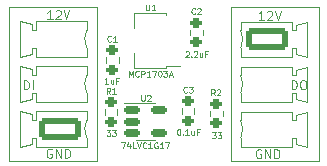
<source format=gbr>
%TF.GenerationSoftware,KiCad,Pcbnew,(6.0.9)*%
%TF.CreationDate,2022-12-24T15:46:51-05:00*%
%TF.ProjectId,Pixel_Boost,50697865-6c5f-4426-9f6f-73742e6b6963,v1*%
%TF.SameCoordinates,Original*%
%TF.FileFunction,Legend,Top*%
%TF.FilePolarity,Positive*%
%FSLAX46Y46*%
G04 Gerber Fmt 4.6, Leading zero omitted, Abs format (unit mm)*
G04 Created by KiCad (PCBNEW (6.0.9)) date 2022-12-24 15:46:51*
%MOMM*%
%LPD*%
G01*
G04 APERTURE LIST*
G04 Aperture macros list*
%AMRoundRect*
0 Rectangle with rounded corners*
0 $1 Rounding radius*
0 $2 $3 $4 $5 $6 $7 $8 $9 X,Y pos of 4 corners*
0 Add a 4 corners polygon primitive as box body*
4,1,4,$2,$3,$4,$5,$6,$7,$8,$9,$2,$3,0*
0 Add four circle primitives for the rounded corners*
1,1,$1+$1,$2,$3*
1,1,$1+$1,$4,$5*
1,1,$1+$1,$6,$7*
1,1,$1+$1,$8,$9*
0 Add four rect primitives between the rounded corners*
20,1,$1+$1,$2,$3,$4,$5,0*
20,1,$1+$1,$4,$5,$6,$7,0*
20,1,$1+$1,$6,$7,$8,$9,0*
20,1,$1+$1,$8,$9,$2,$3,0*%
%AMFreePoly0*
4,1,9,3.862500,-0.866500,0.737500,-0.866500,0.737500,-0.450000,-0.737500,-0.450000,-0.737500,0.450000,0.737500,0.450000,0.737500,0.866500,3.862500,0.866500,3.862500,-0.866500,3.862500,-0.866500,$1*%
G04 Aperture macros list end*
%ADD10C,0.100000*%
%ADD11C,0.120000*%
%ADD12RoundRect,0.250000X1.550000X-0.650000X1.550000X0.650000X-1.550000X0.650000X-1.550000X-0.650000X0*%
%ADD13O,3.600000X1.800000*%
%ADD14RoundRect,0.250000X-1.550000X0.650000X-1.550000X-0.650000X1.550000X-0.650000X1.550000X0.650000X0*%
%ADD15RoundRect,0.200000X-0.275000X0.200000X-0.275000X-0.200000X0.275000X-0.200000X0.275000X0.200000X0*%
%ADD16R,1.300000X0.900000*%
%ADD17FreePoly0,180.000000*%
%ADD18RoundRect,0.200000X0.275000X-0.200000X0.275000X0.200000X-0.275000X0.200000X-0.275000X-0.200000X0*%
%ADD19RoundRect,0.150000X-0.512500X-0.150000X0.512500X-0.150000X0.512500X0.150000X-0.512500X0.150000X0*%
G04 APERTURE END LIST*
D10*
X141753571Y-118575000D02*
X141682142Y-118539285D01*
X141575000Y-118539285D01*
X141467857Y-118575000D01*
X141396428Y-118646428D01*
X141360714Y-118717857D01*
X141325000Y-118860714D01*
X141325000Y-118967857D01*
X141360714Y-119110714D01*
X141396428Y-119182142D01*
X141467857Y-119253571D01*
X141575000Y-119289285D01*
X141646428Y-119289285D01*
X141753571Y-119253571D01*
X141789285Y-119217857D01*
X141789285Y-118967857D01*
X141646428Y-118967857D01*
X142110714Y-119289285D02*
X142110714Y-118539285D01*
X142539285Y-119289285D01*
X142539285Y-118539285D01*
X142896428Y-119289285D02*
X142896428Y-118539285D01*
X143075000Y-118539285D01*
X143182142Y-118575000D01*
X143253571Y-118646428D01*
X143289285Y-118717857D01*
X143325000Y-118860714D01*
X143325000Y-118967857D01*
X143289285Y-119110714D01*
X143253571Y-119182142D01*
X143182142Y-119253571D01*
X143075000Y-119289285D01*
X142896428Y-119289285D01*
X139425000Y-113489285D02*
X139425000Y-112739285D01*
X139603571Y-112739285D01*
X139710714Y-112775000D01*
X139782142Y-112846428D01*
X139817857Y-112917857D01*
X139853571Y-113060714D01*
X139853571Y-113167857D01*
X139817857Y-113310714D01*
X139782142Y-113382142D01*
X139710714Y-113453571D01*
X139603571Y-113489285D01*
X139425000Y-113489285D01*
X140175000Y-113489285D02*
X140175000Y-112739285D01*
X162080714Y-113464285D02*
X162080714Y-112714285D01*
X162259285Y-112714285D01*
X162366428Y-112750000D01*
X162437857Y-112821428D01*
X162473571Y-112892857D01*
X162509285Y-113035714D01*
X162509285Y-113142857D01*
X162473571Y-113285714D01*
X162437857Y-113357142D01*
X162366428Y-113428571D01*
X162259285Y-113464285D01*
X162080714Y-113464285D01*
X162973571Y-112714285D02*
X163116428Y-112714285D01*
X163187857Y-112750000D01*
X163259285Y-112821428D01*
X163295000Y-112964285D01*
X163295000Y-113214285D01*
X163259285Y-113357142D01*
X163187857Y-113428571D01*
X163116428Y-113464285D01*
X162973571Y-113464285D01*
X162902142Y-113428571D01*
X162830714Y-113357142D01*
X162795000Y-113214285D01*
X162795000Y-112964285D01*
X162830714Y-112821428D01*
X162902142Y-112750000D01*
X162973571Y-112714285D01*
X141835714Y-107539285D02*
X141407142Y-107539285D01*
X141621428Y-107539285D02*
X141621428Y-106789285D01*
X141550000Y-106896428D01*
X141478571Y-106967857D01*
X141407142Y-107003571D01*
X142121428Y-106860714D02*
X142157142Y-106825000D01*
X142228571Y-106789285D01*
X142407142Y-106789285D01*
X142478571Y-106825000D01*
X142514285Y-106860714D01*
X142550000Y-106932142D01*
X142550000Y-107003571D01*
X142514285Y-107110714D01*
X142085714Y-107539285D01*
X142550000Y-107539285D01*
X142764285Y-106789285D02*
X143014285Y-107539285D01*
X143264285Y-106789285D01*
X159468571Y-118595000D02*
X159397142Y-118559285D01*
X159290000Y-118559285D01*
X159182857Y-118595000D01*
X159111428Y-118666428D01*
X159075714Y-118737857D01*
X159040000Y-118880714D01*
X159040000Y-118987857D01*
X159075714Y-119130714D01*
X159111428Y-119202142D01*
X159182857Y-119273571D01*
X159290000Y-119309285D01*
X159361428Y-119309285D01*
X159468571Y-119273571D01*
X159504285Y-119237857D01*
X159504285Y-118987857D01*
X159361428Y-118987857D01*
X159825714Y-119309285D02*
X159825714Y-118559285D01*
X160254285Y-119309285D01*
X160254285Y-118559285D01*
X160611428Y-119309285D02*
X160611428Y-118559285D01*
X160790000Y-118559285D01*
X160897142Y-118595000D01*
X160968571Y-118666428D01*
X161004285Y-118737857D01*
X161040000Y-118880714D01*
X161040000Y-118987857D01*
X161004285Y-119130714D01*
X160968571Y-119202142D01*
X160897142Y-119273571D01*
X160790000Y-119309285D01*
X160611428Y-119309285D01*
X159715714Y-107589285D02*
X159287142Y-107589285D01*
X159501428Y-107589285D02*
X159501428Y-106839285D01*
X159430000Y-106946428D01*
X159358571Y-107017857D01*
X159287142Y-107053571D01*
X160001428Y-106910714D02*
X160037142Y-106875000D01*
X160108571Y-106839285D01*
X160287142Y-106839285D01*
X160358571Y-106875000D01*
X160394285Y-106910714D01*
X160430000Y-106982142D01*
X160430000Y-107053571D01*
X160394285Y-107160714D01*
X159965714Y-107589285D01*
X160430000Y-107589285D01*
X160644285Y-106839285D02*
X160894285Y-107589285D01*
X161144285Y-106839285D01*
%TO.C,R1*%
X146706666Y-113856190D02*
X146540000Y-113618095D01*
X146420952Y-113856190D02*
X146420952Y-113356190D01*
X146611428Y-113356190D01*
X146659047Y-113380000D01*
X146682857Y-113403809D01*
X146706666Y-113451428D01*
X146706666Y-113522857D01*
X146682857Y-113570476D01*
X146659047Y-113594285D01*
X146611428Y-113618095D01*
X146420952Y-113618095D01*
X147182857Y-113856190D02*
X146897142Y-113856190D01*
X147040000Y-113856190D02*
X147040000Y-113356190D01*
X146992380Y-113427619D01*
X146944761Y-113475238D01*
X146897142Y-113499047D01*
X146405238Y-116946190D02*
X146714761Y-116946190D01*
X146548095Y-117136666D01*
X146619523Y-117136666D01*
X146667142Y-117160476D01*
X146690952Y-117184285D01*
X146714761Y-117231904D01*
X146714761Y-117350952D01*
X146690952Y-117398571D01*
X146667142Y-117422380D01*
X146619523Y-117446190D01*
X146476666Y-117446190D01*
X146429047Y-117422380D01*
X146405238Y-117398571D01*
X146881428Y-116946190D02*
X147190952Y-116946190D01*
X147024285Y-117136666D01*
X147095714Y-117136666D01*
X147143333Y-117160476D01*
X147167142Y-117184285D01*
X147190952Y-117231904D01*
X147190952Y-117350952D01*
X147167142Y-117398571D01*
X147143333Y-117422380D01*
X147095714Y-117446190D01*
X146952857Y-117446190D01*
X146905238Y-117422380D01*
X146881428Y-117398571D01*
%TO.C,C3*%
X153211666Y-113718571D02*
X153187857Y-113742380D01*
X153116428Y-113766190D01*
X153068809Y-113766190D01*
X152997380Y-113742380D01*
X152949761Y-113694761D01*
X152925952Y-113647142D01*
X152902142Y-113551904D01*
X152902142Y-113480476D01*
X152925952Y-113385238D01*
X152949761Y-113337619D01*
X152997380Y-113290000D01*
X153068809Y-113266190D01*
X153116428Y-113266190D01*
X153187857Y-113290000D01*
X153211666Y-113313809D01*
X153378333Y-113266190D02*
X153687857Y-113266190D01*
X153521190Y-113456666D01*
X153592619Y-113456666D01*
X153640238Y-113480476D01*
X153664047Y-113504285D01*
X153687857Y-113551904D01*
X153687857Y-113670952D01*
X153664047Y-113718571D01*
X153640238Y-113742380D01*
X153592619Y-113766190D01*
X153449761Y-113766190D01*
X153402142Y-113742380D01*
X153378333Y-113718571D01*
X152493571Y-116856190D02*
X152541190Y-116856190D01*
X152588809Y-116880000D01*
X152612619Y-116903809D01*
X152636428Y-116951428D01*
X152660238Y-117046666D01*
X152660238Y-117165714D01*
X152636428Y-117260952D01*
X152612619Y-117308571D01*
X152588809Y-117332380D01*
X152541190Y-117356190D01*
X152493571Y-117356190D01*
X152445952Y-117332380D01*
X152422142Y-117308571D01*
X152398333Y-117260952D01*
X152374523Y-117165714D01*
X152374523Y-117046666D01*
X152398333Y-116951428D01*
X152422142Y-116903809D01*
X152445952Y-116880000D01*
X152493571Y-116856190D01*
X152874523Y-117308571D02*
X152898333Y-117332380D01*
X152874523Y-117356190D01*
X152850714Y-117332380D01*
X152874523Y-117308571D01*
X152874523Y-117356190D01*
X153374523Y-117356190D02*
X153088809Y-117356190D01*
X153231666Y-117356190D02*
X153231666Y-116856190D01*
X153184047Y-116927619D01*
X153136428Y-116975238D01*
X153088809Y-116999047D01*
X153803095Y-117022857D02*
X153803095Y-117356190D01*
X153588809Y-117022857D02*
X153588809Y-117284761D01*
X153612619Y-117332380D01*
X153660238Y-117356190D01*
X153731666Y-117356190D01*
X153779285Y-117332380D01*
X153803095Y-117308571D01*
X154207857Y-117094285D02*
X154041190Y-117094285D01*
X154041190Y-117356190D02*
X154041190Y-116856190D01*
X154279285Y-116856190D01*
%TO.C,U1*%
X149749047Y-106316190D02*
X149749047Y-106720952D01*
X149772857Y-106768571D01*
X149796666Y-106792380D01*
X149844285Y-106816190D01*
X149939523Y-106816190D01*
X149987142Y-106792380D01*
X150010952Y-106768571D01*
X150034761Y-106720952D01*
X150034761Y-106316190D01*
X150534761Y-106816190D02*
X150249047Y-106816190D01*
X150391904Y-106816190D02*
X150391904Y-106316190D01*
X150344285Y-106387619D01*
X150296666Y-106435238D01*
X150249047Y-106459047D01*
X148276666Y-112416190D02*
X148276666Y-111916190D01*
X148443333Y-112273333D01*
X148610000Y-111916190D01*
X148610000Y-112416190D01*
X149133809Y-112368571D02*
X149110000Y-112392380D01*
X149038571Y-112416190D01*
X148990952Y-112416190D01*
X148919523Y-112392380D01*
X148871904Y-112344761D01*
X148848095Y-112297142D01*
X148824285Y-112201904D01*
X148824285Y-112130476D01*
X148848095Y-112035238D01*
X148871904Y-111987619D01*
X148919523Y-111940000D01*
X148990952Y-111916190D01*
X149038571Y-111916190D01*
X149110000Y-111940000D01*
X149133809Y-111963809D01*
X149348095Y-112416190D02*
X149348095Y-111916190D01*
X149538571Y-111916190D01*
X149586190Y-111940000D01*
X149610000Y-111963809D01*
X149633809Y-112011428D01*
X149633809Y-112082857D01*
X149610000Y-112130476D01*
X149586190Y-112154285D01*
X149538571Y-112178095D01*
X149348095Y-112178095D01*
X150110000Y-112416190D02*
X149824285Y-112416190D01*
X149967142Y-112416190D02*
X149967142Y-111916190D01*
X149919523Y-111987619D01*
X149871904Y-112035238D01*
X149824285Y-112059047D01*
X150276666Y-111916190D02*
X150610000Y-111916190D01*
X150395714Y-112416190D01*
X150895714Y-111916190D02*
X150943333Y-111916190D01*
X150990952Y-111940000D01*
X151014761Y-111963809D01*
X151038571Y-112011428D01*
X151062380Y-112106666D01*
X151062380Y-112225714D01*
X151038571Y-112320952D01*
X151014761Y-112368571D01*
X150990952Y-112392380D01*
X150943333Y-112416190D01*
X150895714Y-112416190D01*
X150848095Y-112392380D01*
X150824285Y-112368571D01*
X150800476Y-112320952D01*
X150776666Y-112225714D01*
X150776666Y-112106666D01*
X150800476Y-112011428D01*
X150824285Y-111963809D01*
X150848095Y-111940000D01*
X150895714Y-111916190D01*
X151229047Y-111916190D02*
X151538571Y-111916190D01*
X151371904Y-112106666D01*
X151443333Y-112106666D01*
X151490952Y-112130476D01*
X151514761Y-112154285D01*
X151538571Y-112201904D01*
X151538571Y-112320952D01*
X151514761Y-112368571D01*
X151490952Y-112392380D01*
X151443333Y-112416190D01*
X151300476Y-112416190D01*
X151252857Y-112392380D01*
X151229047Y-112368571D01*
X151729047Y-112273333D02*
X151967142Y-112273333D01*
X151681428Y-112416190D02*
X151848095Y-111916190D01*
X152014761Y-112416190D01*
%TO.C,R2*%
X155576666Y-114006190D02*
X155410000Y-113768095D01*
X155290952Y-114006190D02*
X155290952Y-113506190D01*
X155481428Y-113506190D01*
X155529047Y-113530000D01*
X155552857Y-113553809D01*
X155576666Y-113601428D01*
X155576666Y-113672857D01*
X155552857Y-113720476D01*
X155529047Y-113744285D01*
X155481428Y-113768095D01*
X155290952Y-113768095D01*
X155767142Y-113553809D02*
X155790952Y-113530000D01*
X155838571Y-113506190D01*
X155957619Y-113506190D01*
X156005238Y-113530000D01*
X156029047Y-113553809D01*
X156052857Y-113601428D01*
X156052857Y-113649047D01*
X156029047Y-113720476D01*
X155743333Y-114006190D01*
X156052857Y-114006190D01*
X155345238Y-117146190D02*
X155654761Y-117146190D01*
X155488095Y-117336666D01*
X155559523Y-117336666D01*
X155607142Y-117360476D01*
X155630952Y-117384285D01*
X155654761Y-117431904D01*
X155654761Y-117550952D01*
X155630952Y-117598571D01*
X155607142Y-117622380D01*
X155559523Y-117646190D01*
X155416666Y-117646190D01*
X155369047Y-117622380D01*
X155345238Y-117598571D01*
X155821428Y-117146190D02*
X156130952Y-117146190D01*
X155964285Y-117336666D01*
X156035714Y-117336666D01*
X156083333Y-117360476D01*
X156107142Y-117384285D01*
X156130952Y-117431904D01*
X156130952Y-117550952D01*
X156107142Y-117598571D01*
X156083333Y-117622380D01*
X156035714Y-117646190D01*
X155892857Y-117646190D01*
X155845238Y-117622380D01*
X155821428Y-117598571D01*
%TO.C,U2*%
X149349047Y-113986190D02*
X149349047Y-114390952D01*
X149372857Y-114438571D01*
X149396666Y-114462380D01*
X149444285Y-114486190D01*
X149539523Y-114486190D01*
X149587142Y-114462380D01*
X149610952Y-114438571D01*
X149634761Y-114390952D01*
X149634761Y-113986190D01*
X149849047Y-114033809D02*
X149872857Y-114010000D01*
X149920476Y-113986190D01*
X150039523Y-113986190D01*
X150087142Y-114010000D01*
X150110952Y-114033809D01*
X150134761Y-114081428D01*
X150134761Y-114129047D01*
X150110952Y-114200476D01*
X149825238Y-114486190D01*
X150134761Y-114486190D01*
X147644285Y-117986190D02*
X147977619Y-117986190D01*
X147763333Y-118486190D01*
X148382380Y-118152857D02*
X148382380Y-118486190D01*
X148263333Y-117962380D02*
X148144285Y-118319523D01*
X148453809Y-118319523D01*
X148882380Y-118486190D02*
X148644285Y-118486190D01*
X148644285Y-117986190D01*
X148977619Y-117986190D02*
X149144285Y-118486190D01*
X149310952Y-117986190D01*
X149763333Y-118438571D02*
X149739523Y-118462380D01*
X149668095Y-118486190D01*
X149620476Y-118486190D01*
X149549047Y-118462380D01*
X149501428Y-118414761D01*
X149477619Y-118367142D01*
X149453809Y-118271904D01*
X149453809Y-118200476D01*
X149477619Y-118105238D01*
X149501428Y-118057619D01*
X149549047Y-118010000D01*
X149620476Y-117986190D01*
X149668095Y-117986190D01*
X149739523Y-118010000D01*
X149763333Y-118033809D01*
X150239523Y-118486190D02*
X149953809Y-118486190D01*
X150096666Y-118486190D02*
X150096666Y-117986190D01*
X150049047Y-118057619D01*
X150001428Y-118105238D01*
X149953809Y-118129047D01*
X150715714Y-118010000D02*
X150668095Y-117986190D01*
X150596666Y-117986190D01*
X150525238Y-118010000D01*
X150477619Y-118057619D01*
X150453809Y-118105238D01*
X150430000Y-118200476D01*
X150430000Y-118271904D01*
X150453809Y-118367142D01*
X150477619Y-118414761D01*
X150525238Y-118462380D01*
X150596666Y-118486190D01*
X150644285Y-118486190D01*
X150715714Y-118462380D01*
X150739523Y-118438571D01*
X150739523Y-118271904D01*
X150644285Y-118271904D01*
X151215714Y-118486190D02*
X150930000Y-118486190D01*
X151072857Y-118486190D02*
X151072857Y-117986190D01*
X151025238Y-118057619D01*
X150977619Y-118105238D01*
X150930000Y-118129047D01*
X151382380Y-117986190D02*
X151715714Y-117986190D01*
X151501428Y-118486190D01*
%TO.C,C1*%
X146776666Y-109418571D02*
X146752857Y-109442380D01*
X146681428Y-109466190D01*
X146633809Y-109466190D01*
X146562380Y-109442380D01*
X146514761Y-109394761D01*
X146490952Y-109347142D01*
X146467142Y-109251904D01*
X146467142Y-109180476D01*
X146490952Y-109085238D01*
X146514761Y-109037619D01*
X146562380Y-108990000D01*
X146633809Y-108966190D01*
X146681428Y-108966190D01*
X146752857Y-108990000D01*
X146776666Y-109013809D01*
X147252857Y-109466190D02*
X146967142Y-109466190D01*
X147110000Y-109466190D02*
X147110000Y-108966190D01*
X147062380Y-109037619D01*
X147014761Y-109085238D01*
X146967142Y-109109047D01*
X146542380Y-113016190D02*
X146256666Y-113016190D01*
X146399523Y-113016190D02*
X146399523Y-112516190D01*
X146351904Y-112587619D01*
X146304285Y-112635238D01*
X146256666Y-112659047D01*
X146970952Y-112682857D02*
X146970952Y-113016190D01*
X146756666Y-112682857D02*
X146756666Y-112944761D01*
X146780476Y-112992380D01*
X146828095Y-113016190D01*
X146899523Y-113016190D01*
X146947142Y-112992380D01*
X146970952Y-112968571D01*
X147375714Y-112754285D02*
X147209047Y-112754285D01*
X147209047Y-113016190D02*
X147209047Y-112516190D01*
X147447142Y-112516190D01*
%TO.C,C2*%
X153906666Y-107068571D02*
X153882857Y-107092380D01*
X153811428Y-107116190D01*
X153763809Y-107116190D01*
X153692380Y-107092380D01*
X153644761Y-107044761D01*
X153620952Y-106997142D01*
X153597142Y-106901904D01*
X153597142Y-106830476D01*
X153620952Y-106735238D01*
X153644761Y-106687619D01*
X153692380Y-106640000D01*
X153763809Y-106616190D01*
X153811428Y-106616190D01*
X153882857Y-106640000D01*
X153906666Y-106663809D01*
X154097142Y-106663809D02*
X154120952Y-106640000D01*
X154168571Y-106616190D01*
X154287619Y-106616190D01*
X154335238Y-106640000D01*
X154359047Y-106663809D01*
X154382857Y-106711428D01*
X154382857Y-106759047D01*
X154359047Y-106830476D01*
X154073333Y-107116190D01*
X154382857Y-107116190D01*
X153099523Y-110293809D02*
X153123333Y-110270000D01*
X153170952Y-110246190D01*
X153290000Y-110246190D01*
X153337619Y-110270000D01*
X153361428Y-110293809D01*
X153385238Y-110341428D01*
X153385238Y-110389047D01*
X153361428Y-110460476D01*
X153075714Y-110746190D01*
X153385238Y-110746190D01*
X153599523Y-110698571D02*
X153623333Y-110722380D01*
X153599523Y-110746190D01*
X153575714Y-110722380D01*
X153599523Y-110698571D01*
X153599523Y-110746190D01*
X153813809Y-110293809D02*
X153837619Y-110270000D01*
X153885238Y-110246190D01*
X154004285Y-110246190D01*
X154051904Y-110270000D01*
X154075714Y-110293809D01*
X154099523Y-110341428D01*
X154099523Y-110389047D01*
X154075714Y-110460476D01*
X153790000Y-110746190D01*
X154099523Y-110746190D01*
X154528095Y-110412857D02*
X154528095Y-110746190D01*
X154313809Y-110412857D02*
X154313809Y-110674761D01*
X154337619Y-110722380D01*
X154385238Y-110746190D01*
X154456666Y-110746190D01*
X154504285Y-110722380D01*
X154528095Y-110698571D01*
X154932857Y-110484285D02*
X154766190Y-110484285D01*
X154766190Y-110746190D02*
X154766190Y-110246190D01*
X155004285Y-110246190D01*
D11*
%TO.C,J1*%
X145577500Y-119552500D02*
X145577500Y-106512500D01*
X140417500Y-112282500D02*
X140417500Y-111532500D01*
X140417500Y-110722500D02*
X140417500Y-109972500D01*
X144717500Y-114532500D02*
X140417500Y-114532500D01*
X140417500Y-114532500D02*
X140417500Y-113782500D01*
X140417500Y-115342500D02*
X144717500Y-115342500D01*
X144717500Y-117592500D02*
X144717500Y-118342500D01*
X140067500Y-109972500D02*
X140067500Y-110472500D01*
X139067500Y-114532500D02*
X139067500Y-111532500D01*
X139067500Y-111532500D02*
X140067500Y-111782500D01*
X144717500Y-113782500D02*
X144717500Y-114532500D01*
X140067500Y-108472500D02*
X140417500Y-108472500D01*
X140067500Y-117592500D02*
X140067500Y-118092500D01*
X144717500Y-110722500D02*
X140417500Y-110722500D01*
X144717500Y-107722500D02*
X144717500Y-108472500D01*
X140417500Y-109972500D02*
X140067500Y-109972500D01*
X139067500Y-115342500D02*
X140067500Y-115592500D01*
X140417500Y-116092500D02*
X140417500Y-115342500D01*
X144717500Y-111532500D02*
X144717500Y-112282500D01*
X144717500Y-109972500D02*
X144717500Y-110722500D01*
X139067500Y-118342500D02*
X139067500Y-115342500D01*
X140067500Y-112282500D02*
X140417500Y-112282500D01*
X140067500Y-118092500D02*
X139067500Y-118342500D01*
X140067500Y-115592500D02*
X140067500Y-116092500D01*
X144717500Y-118342500D02*
X140417500Y-118342500D01*
X140067500Y-113782500D02*
X140067500Y-114282500D01*
X140417500Y-107722500D02*
X144717500Y-107722500D01*
X140417500Y-118342500D02*
X140417500Y-117592500D01*
X140067500Y-116092500D02*
X140417500Y-116092500D01*
X138107500Y-119552500D02*
X145577500Y-119552500D01*
X138107500Y-106512500D02*
X138107500Y-119552500D01*
X145577500Y-106512500D02*
X138107500Y-106512500D01*
X139067500Y-110722500D02*
X139067500Y-107722500D01*
X140417500Y-117592500D02*
X140067500Y-117592500D01*
X140417500Y-108472500D02*
X140417500Y-107722500D01*
X144717500Y-115342500D02*
X144717500Y-116092500D01*
X140067500Y-107972500D02*
X140067500Y-108472500D01*
X140067500Y-111782500D02*
X140067500Y-112282500D01*
X140417500Y-113782500D02*
X140067500Y-113782500D01*
X140067500Y-110472500D02*
X139067500Y-110722500D01*
X140417500Y-111532500D02*
X144717500Y-111532500D01*
X139067500Y-107722500D02*
X140067500Y-107972500D01*
X140067500Y-114282500D02*
X139067500Y-114532500D01*
X144717345Y-116092853D02*
G75*
G03*
X144717500Y-117592500I1700155J-749647D01*
G01*
X144717345Y-108472853D02*
G75*
G03*
X144717500Y-109972500I1700155J-749647D01*
G01*
X144717345Y-112282853D02*
G75*
G03*
X144717500Y-113782500I1700155J-749647D01*
G01*
%TO.C,J2*%
X162070000Y-110010000D02*
X162070000Y-110760000D01*
X162070000Y-108510000D02*
X162420000Y-108510000D01*
X162420000Y-111820000D02*
X163420000Y-111570000D01*
X162420000Y-118130000D02*
X162420000Y-117630000D01*
X164380000Y-106550000D02*
X156910000Y-106550000D01*
X163420000Y-118380000D02*
X162420000Y-118130000D01*
X162420000Y-114320000D02*
X162420000Y-113820000D01*
X162420000Y-113820000D02*
X162070000Y-113820000D01*
X157770000Y-108510000D02*
X157770000Y-107760000D01*
X157770000Y-116130000D02*
X157770000Y-115380000D01*
X162070000Y-113820000D02*
X162070000Y-114570000D01*
X162070000Y-117630000D02*
X162070000Y-118380000D01*
X163420000Y-115380000D02*
X163420000Y-118380000D01*
X162420000Y-115630000D02*
X163420000Y-115380000D01*
X157770000Y-112320000D02*
X157770000Y-111570000D01*
X157770000Y-115380000D02*
X162070000Y-115380000D01*
X162070000Y-111570000D02*
X162070000Y-112320000D01*
X156910000Y-106550000D02*
X156910000Y-119590000D01*
X157770000Y-110760000D02*
X157770000Y-110010000D01*
X162070000Y-115380000D02*
X162070000Y-116130000D01*
X162420000Y-112320000D02*
X162420000Y-111820000D01*
X163420000Y-111570000D02*
X163420000Y-114570000D01*
X162070000Y-114570000D02*
X157770000Y-114570000D01*
X157770000Y-114570000D02*
X157770000Y-113820000D01*
X162420000Y-117630000D02*
X162070000Y-117630000D01*
X162070000Y-107760000D02*
X162070000Y-108510000D01*
X162420000Y-108510000D02*
X162420000Y-108010000D01*
X157770000Y-111570000D02*
X162070000Y-111570000D01*
X162420000Y-116130000D02*
X162420000Y-115630000D01*
X163420000Y-107760000D02*
X163420000Y-110760000D01*
X162070000Y-110760000D02*
X157770000Y-110760000D01*
X163420000Y-114570000D02*
X162420000Y-114320000D01*
X163420000Y-110760000D02*
X162420000Y-110510000D01*
X162070000Y-116130000D02*
X162420000Y-116130000D01*
X162420000Y-108010000D02*
X163420000Y-107760000D01*
X162420000Y-110510000D02*
X162420000Y-110010000D01*
X162070000Y-118380000D02*
X157770000Y-118380000D01*
X156910000Y-119590000D02*
X164380000Y-119590000D01*
X162070000Y-112320000D02*
X162420000Y-112320000D01*
X164380000Y-119590000D02*
X164380000Y-106550000D01*
X157770000Y-118380000D02*
X157770000Y-117630000D01*
X157770000Y-107760000D02*
X162070000Y-107760000D01*
X162420000Y-110010000D02*
X162070000Y-110010000D01*
X157770155Y-113819647D02*
G75*
G03*
X157770000Y-112320000I-1700155J749647D01*
G01*
X157770155Y-110009647D02*
G75*
G03*
X157770000Y-108510000I-1700155J749647D01*
G01*
X157770155Y-117629647D02*
G75*
G03*
X157770000Y-116130000I-1700155J749647D01*
G01*
%TO.C,R1*%
X146277500Y-115162742D02*
X146277500Y-115637258D01*
X147322500Y-115162742D02*
X147322500Y-115637258D01*
%TO.C,C3*%
X152807500Y-115102742D02*
X152807500Y-115577258D01*
X153852500Y-115102742D02*
X153852500Y-115577258D01*
%TO.C,U1*%
X148740000Y-108300000D02*
X148740000Y-106990000D01*
X151460000Y-111710000D02*
X151460000Y-111480000D01*
X148740000Y-111710000D02*
X148740000Y-110400000D01*
X151460000Y-111710000D02*
X148740000Y-111710000D01*
X151460000Y-106990000D02*
X151460000Y-107220000D01*
X148740000Y-106990000D02*
X151460000Y-106990000D01*
X152600000Y-111480000D02*
X151460000Y-111480000D01*
%TO.C,R2*%
X156232500Y-115787258D02*
X156232500Y-115312742D01*
X155187500Y-115787258D02*
X155187500Y-115312742D01*
%TO.C,U2*%
X149725000Y-114665000D02*
X147925000Y-114665000D01*
X149725000Y-117785000D02*
X150525000Y-117785000D01*
X149725000Y-114665000D02*
X150525000Y-114665000D01*
X149725000Y-117785000D02*
X148925000Y-117785000D01*
%TO.C,C1*%
X146377500Y-110762742D02*
X146377500Y-111237258D01*
X147422500Y-110762742D02*
X147422500Y-111237258D01*
%TO.C,C2*%
X154542500Y-108432742D02*
X154542500Y-108907258D01*
X153497500Y-108432742D02*
X153497500Y-108907258D01*
%TD*%
%LPC*%
D12*
%TO.C,J1*%
X142467500Y-116842500D03*
D13*
X142467500Y-113032500D03*
X142467500Y-109222500D03*
%TD*%
D14*
%TO.C,J2*%
X160020000Y-109260000D03*
D13*
X160020000Y-113070000D03*
X160020000Y-116880000D03*
%TD*%
D15*
%TO.C,R1*%
X146800000Y-114575000D03*
X146800000Y-116225000D03*
%TD*%
%TO.C,C3*%
X153330000Y-114515000D03*
X153330000Y-116165000D03*
%TD*%
D16*
%TO.C,U1*%
X152050000Y-110850000D03*
D17*
X151962500Y-109350000D03*
D16*
X152050000Y-107850000D03*
%TD*%
D18*
%TO.C,R2*%
X155710000Y-114725000D03*
X155710000Y-116375000D03*
%TD*%
D19*
%TO.C,U2*%
X148587500Y-115275000D03*
X148587500Y-116225000D03*
X148587500Y-117175000D03*
X150862500Y-117175000D03*
X150862500Y-115275000D03*
%TD*%
D15*
%TO.C,C1*%
X146900000Y-110175000D03*
X146900000Y-111825000D03*
%TD*%
%TO.C,C2*%
X154020000Y-107845000D03*
X154020000Y-109495000D03*
%TD*%
M02*

</source>
